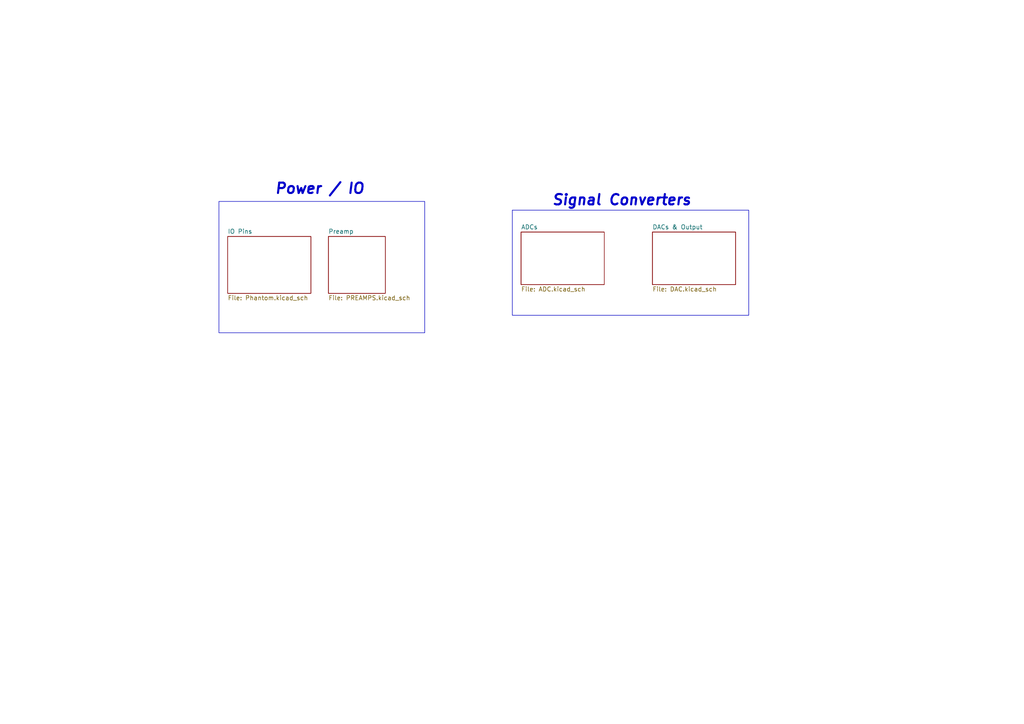
<source format=kicad_sch>
(kicad_sch
	(version 20231120)
	(generator "eeschema")
	(generator_version "8.0")
	(uuid "5266cf9e-da90-4c53-80fd-cf3dbed42632")
	(paper "A4")
	(title_block
		(title "Power Supplies")
		(date "2024-09-01")
		(rev "1")
		(company "Michael Meyers")
	)
	(lib_symbols)
	(rectangle
		(start 148.59 60.96)
		(end 217.17 91.44)
		(stroke
			(width 0)
			(type default)
		)
		(fill
			(type none)
		)
		(uuid 54a50dd9-50e2-43c7-9d8c-e8a3e2c5c77d)
	)
	(rectangle
		(start 63.5 58.42)
		(end 123.19 96.52)
		(stroke
			(width 0)
			(type default)
		)
		(fill
			(type none)
		)
		(uuid a431d4ea-3826-4044-b789-472f3edaaabf)
	)
	(text "Power / IO"
		(exclude_from_sim no)
		(at 92.71 54.864 0)
		(effects
			(font
				(size 3 3)
				(thickness 0.6)
				(bold yes)
				(italic yes)
			)
		)
		(uuid "5299cf95-92d8-489f-af21-500a869777d7")
	)
	(text "Signal Converters"
		(exclude_from_sim no)
		(at 180.34 58.166 0)
		(effects
			(font
				(size 3 3)
				(thickness 0.6)
				(bold yes)
				(italic yes)
			)
		)
		(uuid "7d9afdc1-97fe-4e00-9733-63a68bee6e61")
	)
	(sheet
		(at 189.23 67.31)
		(size 24.13 15.24)
		(fields_autoplaced yes)
		(stroke
			(width 0.1524)
			(type solid)
		)
		(fill
			(color 0 0 0 0.0000)
		)
		(uuid "29bf6371-8a12-4a95-b0c2-fbe02aad04a0")
		(property "Sheetname" "DACs & Output"
			(at 189.23 66.5984 0)
			(effects
				(font
					(size 1.27 1.27)
				)
				(justify left bottom)
			)
		)
		(property "Sheetfile" "DAC.kicad_sch"
			(at 189.23 83.1346 0)
			(effects
				(font
					(size 1.27 1.27)
				)
				(justify left top)
			)
		)
		(instances
			(project "Power_Supplies"
				(path "/5266cf9e-da90-4c53-80fd-cf3dbed42632"
					(page "7")
				)
			)
		)
	)
	(sheet
		(at 66.04 68.58)
		(size 24.13 16.51)
		(fields_autoplaced yes)
		(stroke
			(width 0.1524)
			(type solid)
		)
		(fill
			(color 0 0 0 0.0000)
		)
		(uuid "873b4819-32e6-40de-93d6-23cb6a01b934")
		(property "Sheetname" "IO Pins"
			(at 66.04 67.8684 0)
			(effects
				(font
					(size 1.27 1.27)
				)
				(justify left bottom)
			)
		)
		(property "Sheetfile" "Phantom.kicad_sch"
			(at 66.04 85.6746 0)
			(effects
				(font
					(size 1.27 1.27)
				)
				(justify left top)
			)
		)
		(property "Field2" ""
			(at 66.04 68.58 0)
			(effects
				(font
					(size 1.27 1.27)
				)
				(hide yes)
			)
		)
		(instances
			(project "Power_Supplies"
				(path "/5266cf9e-da90-4c53-80fd-cf3dbed42632"
					(page "10")
				)
			)
		)
	)
	(sheet
		(at 151.13 67.31)
		(size 24.13 15.24)
		(fields_autoplaced yes)
		(stroke
			(width 0.1524)
			(type solid)
		)
		(fill
			(color 0 0 0 0.0000)
		)
		(uuid "8f3dd01b-e3ea-4f9d-9f95-d4c91dcdbd45")
		(property "Sheetname" "ADCs"
			(at 151.13 66.5984 0)
			(effects
				(font
					(size 1.27 1.27)
				)
				(justify left bottom)
			)
		)
		(property "Sheetfile" "ADC.kicad_sch"
			(at 151.13 83.1346 0)
			(effects
				(font
					(size 1.27 1.27)
				)
				(justify left top)
			)
		)
		(instances
			(project "Power_Supplies"
				(path "/5266cf9e-da90-4c53-80fd-cf3dbed42632"
					(page "6")
				)
			)
		)
	)
	(sheet
		(at 95.25 68.58)
		(size 16.51 16.51)
		(fields_autoplaced yes)
		(stroke
			(width 0.1524)
			(type solid)
		)
		(fill
			(color 0 0 0 0.0000)
		)
		(uuid "e99ff431-6a4b-4cff-9a72-1b9e305d1dd3")
		(property "Sheetname" "Preamp"
			(at 95.25 67.8684 0)
			(effects
				(font
					(size 1.27 1.27)
				)
				(justify left bottom)
			)
		)
		(property "Sheetfile" "PREAMPS.kicad_sch"
			(at 95.25 85.6746 0)
			(effects
				(font
					(size 1.27 1.27)
				)
				(justify left top)
			)
		)
		(instances
			(project "Power_Supplies"
				(path "/5266cf9e-da90-4c53-80fd-cf3dbed42632"
					(page "11")
				)
			)
		)
	)
	(sheet_instances
		(path "/"
			(page "1")
		)
	)
)

</source>
